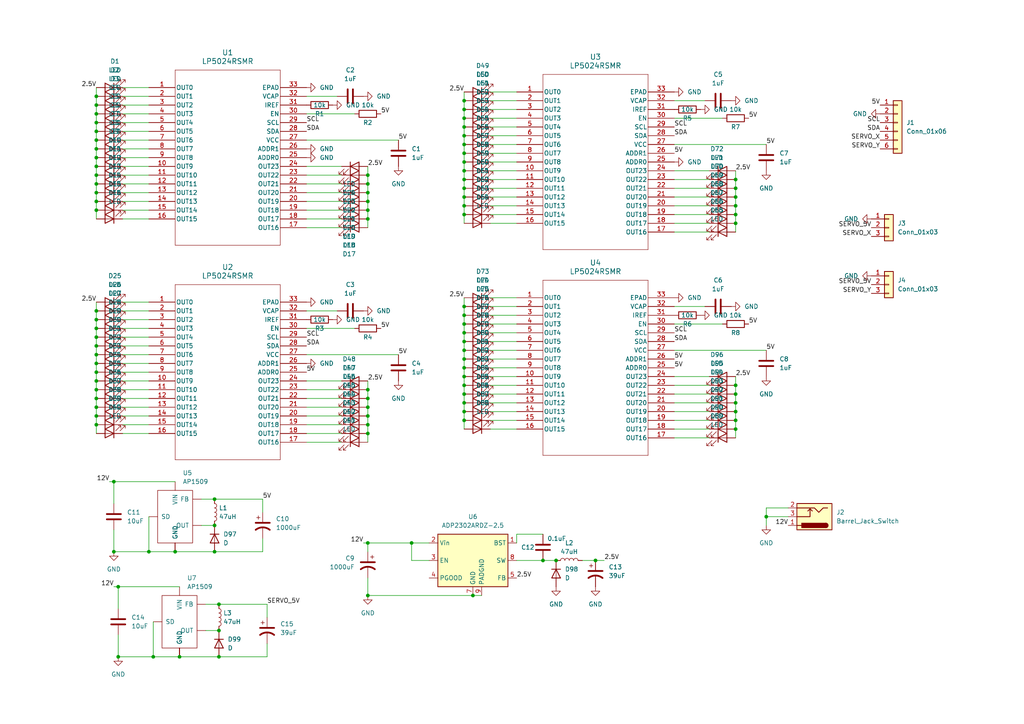
<source format=kicad_sch>
(kicad_sch (version 20230121) (generator eeschema)
  (paper "A4")
  (junction (at 134.62 34.29))
  (junction (at 106.68 113.03))
  (junction (at 134.62 106.68))
  (junction (at 134.62 99.06))
  (junction (at 27.94 27.94))
  (junction (at 44.45 190.5))
  (junction (at 137.16 172.72))
  (junction (at 213.36 62.23))
  (junction (at 27.94 43.18))
  (junction (at 134.62 31.75))
  (junction (at 106.68 55.88))
  (junction (at 134.62 52.07))
  (junction (at 134.62 46.99))
  (junction (at 134.62 88.9))
  (junction (at 33.02 139.7))
  (junction (at 106.68 120.65))
  (junction (at 34.29 190.5))
  (junction (at 106.68 172.72))
  (junction (at 27.94 48.26))
  (junction (at 62.23 160.02))
  (junction (at 27.94 110.49))
  (junction (at 106.68 60.96))
  (junction (at 27.94 105.41))
  (junction (at 213.36 64.77))
  (junction (at 134.62 101.6))
  (junction (at 27.94 100.33))
  (junction (at 213.36 111.76))
  (junction (at 27.94 33.02))
  (junction (at 106.68 118.11))
  (junction (at 134.62 62.23))
  (junction (at 134.62 54.61))
  (junction (at 213.36 59.69))
  (junction (at 27.94 115.57))
  (junction (at 106.68 157.48))
  (junction (at 134.62 39.37))
  (junction (at 134.62 57.15))
  (junction (at 34.29 170.18))
  (junction (at 27.94 35.56))
  (junction (at 134.62 36.83))
  (junction (at 106.68 53.34))
  (junction (at 63.5 175.26))
  (junction (at 27.94 30.48))
  (junction (at 134.62 121.92))
  (junction (at 106.68 58.42))
  (junction (at 134.62 41.91))
  (junction (at 63.5 182.88))
  (junction (at 134.62 29.21))
  (junction (at 27.94 58.42))
  (junction (at 27.94 45.72))
  (junction (at 134.62 119.38))
  (junction (at 43.18 160.02))
  (junction (at 134.62 109.22))
  (junction (at 27.94 50.8))
  (junction (at 106.68 115.57))
  (junction (at 106.68 50.8))
  (junction (at 157.48 162.56))
  (junction (at 27.94 40.64))
  (junction (at 33.02 160.02))
  (junction (at 134.62 91.44))
  (junction (at 27.94 118.11))
  (junction (at 27.94 95.25))
  (junction (at 27.94 38.1))
  (junction (at 134.62 114.3))
  (junction (at 134.62 116.84))
  (junction (at 134.62 44.45))
  (junction (at 27.94 120.65))
  (junction (at 106.68 125.73))
  (junction (at 62.23 152.4))
  (junction (at 106.68 123.19))
  (junction (at 27.94 113.03))
  (junction (at 134.62 93.98))
  (junction (at 213.36 52.07))
  (junction (at 213.36 121.92))
  (junction (at 213.36 57.15))
  (junction (at 213.36 54.61))
  (junction (at 213.36 119.38))
  (junction (at 27.94 53.34))
  (junction (at 27.94 123.19))
  (junction (at 134.62 111.76))
  (junction (at 27.94 60.96))
  (junction (at 222.25 149.86))
  (junction (at 161.29 162.56))
  (junction (at 27.94 90.17))
  (junction (at 27.94 107.95))
  (junction (at 134.62 49.53))
  (junction (at 213.36 124.46))
  (junction (at 134.62 59.69))
  (junction (at 50.8 160.02))
  (junction (at 27.94 55.88))
  (junction (at 134.62 96.52))
  (junction (at 213.36 114.3))
  (junction (at 27.94 92.71))
  (junction (at 106.68 63.5))
  (junction (at 27.94 97.79))
  (junction (at 27.94 102.87))
  (junction (at 172.72 162.56))
  (junction (at 213.36 116.84))
  (junction (at 63.5 190.5))
  (junction (at 134.62 104.14))
  (junction (at 62.23 144.78))
  (junction (at 119.38 157.48))
  (junction (at 52.07 190.5))
  (wire (pts (xy 142.24 46.99) (xy 149.86 46.99)))
  (wire (pts (xy 27.94 55.88) (xy 27.94 58.42)))
  (wire (pts (xy 213.36 114.3) (xy 213.36 116.84)))
  (wire (pts (xy 35.56 110.49) (xy 43.18 110.49)))
  (wire (pts (xy 134.62 49.53) (xy 134.62 52.07)))
  (wire (pts (xy 134.62 88.9) (xy 134.62 91.44)))
  (wire (pts (xy 222.25 149.86) (xy 228.6 149.86)))
  (wire (pts (xy 33.02 139.7) (xy 50.8 139.7)))
  (wire (pts (xy 50.8 160.02) (xy 62.23 160.02)))
  (wire (pts (xy 27.94 53.34) (xy 27.94 55.88)))
  (wire (pts (xy 134.62 62.23) (xy 134.62 64.77)))
  (wire (pts (xy 99.06 113.03) (xy 88.9 113.03)))
  (wire (pts (xy 205.74 49.53) (xy 195.58 49.53)))
  (wire (pts (xy 134.62 57.15) (xy 134.62 59.69)))
  (wire (pts (xy 35.56 40.64) (xy 43.18 40.64)))
  (wire (pts (xy 99.06 128.27) (xy 88.9 128.27)))
  (wire (pts (xy 106.68 53.34) (xy 106.68 55.88)))
  (wire (pts (xy 213.36 109.22) (xy 213.36 111.76)))
  (wire (pts (xy 142.24 31.75) (xy 149.86 31.75)))
  (wire (pts (xy 33.02 153.67) (xy 33.02 160.02)))
  (wire (pts (xy 99.06 48.26) (xy 88.9 48.26)))
  (wire (pts (xy 142.24 101.6) (xy 149.86 101.6)))
  (wire (pts (xy 88.9 27.94) (xy 97.79 27.94)))
  (wire (pts (xy 106.68 118.11) (xy 106.68 120.65)))
  (wire (pts (xy 99.06 55.88) (xy 88.9 55.88)))
  (wire (pts (xy 62.23 144.78) (xy 76.2 144.78)))
  (wire (pts (xy 105.41 157.48) (xy 106.68 157.48)))
  (wire (pts (xy 35.56 120.65) (xy 43.18 120.65)))
  (wire (pts (xy 35.56 115.57) (xy 43.18 115.57)))
  (wire (pts (xy 172.72 162.56) (xy 175.26 162.56)))
  (wire (pts (xy 34.29 184.15) (xy 34.29 190.5)))
  (wire (pts (xy 31.75 139.7) (xy 33.02 139.7)))
  (wire (pts (xy 62.23 160.02) (xy 76.2 160.02)))
  (wire (pts (xy 142.24 109.22) (xy 149.86 109.22)))
  (wire (pts (xy 142.24 52.07) (xy 149.86 52.07)))
  (wire (pts (xy 134.62 36.83) (xy 134.62 39.37)))
  (wire (pts (xy 142.24 54.61) (xy 149.86 54.61)))
  (wire (pts (xy 99.06 50.8) (xy 88.9 50.8)))
  (wire (pts (xy 27.94 30.48) (xy 27.94 33.02)))
  (wire (pts (xy 27.94 27.94) (xy 27.94 30.48)))
  (wire (pts (xy 119.38 157.48) (xy 124.46 157.48)))
  (wire (pts (xy 27.94 97.79) (xy 27.94 100.33)))
  (wire (pts (xy 27.94 110.49) (xy 27.94 113.03)))
  (wire (pts (xy 35.56 100.33) (xy 43.18 100.33)))
  (wire (pts (xy 134.62 29.21) (xy 134.62 31.75)))
  (wire (pts (xy 27.94 50.8) (xy 27.94 53.34)))
  (wire (pts (xy 195.58 34.29) (xy 209.55 34.29)))
  (wire (pts (xy 205.74 114.3) (xy 195.58 114.3)))
  (wire (pts (xy 106.68 120.65) (xy 106.68 123.19)))
  (wire (pts (xy 76.2 160.02) (xy 76.2 156.21)))
  (wire (pts (xy 134.62 26.67) (xy 134.62 29.21)))
  (wire (pts (xy 35.56 95.25) (xy 43.18 95.25)))
  (wire (pts (xy 134.62 41.91) (xy 134.62 44.45)))
  (wire (pts (xy 35.56 58.42) (xy 43.18 58.42)))
  (wire (pts (xy 134.62 114.3) (xy 134.62 116.84)))
  (wire (pts (xy 99.06 125.73) (xy 88.9 125.73)))
  (wire (pts (xy 35.56 113.03) (xy 43.18 113.03)))
  (wire (pts (xy 27.94 115.57) (xy 27.94 118.11)))
  (wire (pts (xy 27.94 48.26) (xy 27.94 50.8)))
  (wire (pts (xy 213.36 111.76) (xy 213.36 114.3)))
  (wire (pts (xy 27.94 113.03) (xy 27.94 115.57)))
  (wire (pts (xy 134.62 46.99) (xy 134.62 49.53)))
  (wire (pts (xy 205.74 64.77) (xy 195.58 64.77)))
  (wire (pts (xy 106.68 157.48) (xy 119.38 157.48)))
  (wire (pts (xy 142.24 44.45) (xy 149.86 44.45)))
  (wire (pts (xy 142.24 91.44) (xy 149.86 91.44)))
  (wire (pts (xy 33.02 160.02) (xy 43.18 160.02)))
  (wire (pts (xy 44.45 190.5) (xy 44.45 180.34)))
  (wire (pts (xy 134.62 59.69) (xy 134.62 62.23)))
  (wire (pts (xy 27.94 90.17) (xy 27.94 92.71)))
  (wire (pts (xy 142.24 86.36) (xy 149.86 86.36)))
  (wire (pts (xy 134.62 99.06) (xy 134.62 101.6)))
  (wire (pts (xy 35.56 87.63) (xy 43.18 87.63)))
  (wire (pts (xy 134.62 96.52) (xy 134.62 99.06)))
  (wire (pts (xy 35.56 27.94) (xy 43.18 27.94)))
  (wire (pts (xy 27.94 100.33) (xy 27.94 102.87)))
  (wire (pts (xy 35.56 90.17) (xy 43.18 90.17)))
  (wire (pts (xy 149.86 154.94) (xy 149.86 157.48)))
  (wire (pts (xy 205.74 59.69) (xy 195.58 59.69)))
  (wire (pts (xy 195.58 124.46) (xy 205.74 124.46)))
  (wire (pts (xy 134.62 101.6) (xy 134.62 104.14)))
  (wire (pts (xy 106.68 110.49) (xy 106.68 113.03)))
  (wire (pts (xy 213.36 64.77) (xy 213.36 67.31)))
  (wire (pts (xy 99.06 115.57) (xy 88.9 115.57)))
  (wire (pts (xy 77.47 190.5) (xy 77.47 186.69)))
  (wire (pts (xy 213.36 116.84) (xy 213.36 119.38)))
  (wire (pts (xy 137.16 172.72) (xy 139.7 172.72)))
  (wire (pts (xy 88.9 40.64) (xy 115.57 40.64)))
  (wire (pts (xy 205.74 52.07) (xy 195.58 52.07)))
  (wire (pts (xy 35.56 97.79) (xy 43.18 97.79)))
  (wire (pts (xy 168.91 162.56) (xy 172.72 162.56)))
  (wire (pts (xy 134.62 116.84) (xy 134.62 119.38)))
  (wire (pts (xy 99.06 53.34) (xy 88.9 53.34)))
  (wire (pts (xy 142.24 64.77) (xy 149.86 64.77)))
  (wire (pts (xy 99.06 123.19) (xy 88.9 123.19)))
  (wire (pts (xy 99.06 118.11) (xy 88.9 118.11)))
  (wire (pts (xy 142.24 62.23) (xy 149.86 62.23)))
  (wire (pts (xy 134.62 44.45) (xy 134.62 46.99)))
  (wire (pts (xy 142.24 121.92) (xy 149.86 121.92)))
  (wire (pts (xy 88.9 90.17) (xy 97.79 90.17)))
  (wire (pts (xy 142.24 104.14) (xy 149.86 104.14)))
  (wire (pts (xy 35.56 105.41) (xy 43.18 105.41)))
  (wire (pts (xy 134.62 86.36) (xy 134.62 88.9)))
  (wire (pts (xy 27.94 118.11) (xy 27.94 120.65)))
  (wire (pts (xy 142.24 49.53) (xy 149.86 49.53)))
  (wire (pts (xy 27.94 40.64) (xy 27.94 43.18)))
  (wire (pts (xy 35.56 35.56) (xy 43.18 35.56)))
  (wire (pts (xy 142.24 36.83) (xy 149.86 36.83)))
  (wire (pts (xy 106.68 123.19) (xy 106.68 125.73)))
  (wire (pts (xy 134.62 109.22) (xy 134.62 111.76)))
  (wire (pts (xy 35.56 63.5) (xy 43.18 63.5)))
  (wire (pts (xy 205.74 121.92) (xy 195.58 121.92)))
  (wire (pts (xy 27.94 92.71) (xy 27.94 95.25)))
  (wire (pts (xy 142.24 124.46) (xy 149.86 124.46)))
  (wire (pts (xy 34.29 190.5) (xy 44.45 190.5)))
  (wire (pts (xy 27.94 58.42) (xy 27.94 60.96)))
  (wire (pts (xy 106.68 167.64) (xy 106.68 172.72)))
  (wire (pts (xy 205.74 62.23) (xy 195.58 62.23)))
  (wire (pts (xy 106.68 125.73) (xy 106.68 128.27)))
  (wire (pts (xy 222.25 147.32) (xy 222.25 149.86)))
  (wire (pts (xy 27.94 105.41) (xy 27.94 107.95)))
  (wire (pts (xy 76.2 144.78) (xy 76.2 148.59)))
  (wire (pts (xy 134.62 52.07) (xy 134.62 54.61)))
  (wire (pts (xy 27.94 45.72) (xy 27.94 48.26)))
  (wire (pts (xy 35.56 55.88) (xy 43.18 55.88)))
  (wire (pts (xy 52.07 190.5) (xy 63.5 190.5)))
  (wire (pts (xy 27.94 38.1) (xy 27.94 40.64)))
  (wire (pts (xy 35.56 43.18) (xy 43.18 43.18)))
  (wire (pts (xy 205.74 67.31) (xy 195.58 67.31)))
  (wire (pts (xy 35.56 38.1) (xy 43.18 38.1)))
  (wire (pts (xy 142.24 111.76) (xy 149.86 111.76)))
  (wire (pts (xy 27.94 120.65) (xy 27.94 123.19)))
  (wire (pts (xy 63.5 175.26) (xy 77.47 175.26)))
  (wire (pts (xy 27.94 60.96) (xy 27.94 63.5)))
  (wire (pts (xy 35.56 123.19) (xy 43.18 123.19)))
  (wire (pts (xy 35.56 30.48) (xy 43.18 30.48)))
  (wire (pts (xy 134.62 104.14) (xy 134.62 106.68)))
  (wire (pts (xy 134.62 121.92) (xy 134.62 124.46)))
  (wire (pts (xy 119.38 162.56) (xy 119.38 157.48)))
  (wire (pts (xy 88.9 102.87) (xy 115.57 102.87)))
  (wire (pts (xy 213.36 59.69) (xy 213.36 62.23)))
  (wire (pts (xy 99.06 60.96) (xy 88.9 60.96)))
  (wire (pts (xy 157.48 154.94) (xy 149.86 154.94)))
  (wire (pts (xy 27.94 43.18) (xy 27.94 45.72)))
  (wire (pts (xy 134.62 93.98) (xy 134.62 96.52)))
  (wire (pts (xy 62.23 152.4) (xy 58.42 152.4)))
  (wire (pts (xy 27.94 102.87) (xy 27.94 105.41)))
  (wire (pts (xy 134.62 111.76) (xy 134.62 114.3)))
  (wire (pts (xy 52.07 190.5) (xy 44.45 190.5)))
  (wire (pts (xy 195.58 29.21) (xy 204.47 29.21)))
  (wire (pts (xy 142.24 59.69) (xy 149.86 59.69)))
  (wire (pts (xy 88.9 33.02) (xy 102.87 33.02)))
  (wire (pts (xy 27.94 35.56) (xy 27.94 38.1)))
  (wire (pts (xy 106.68 55.88) (xy 106.68 58.42)))
  (wire (pts (xy 106.68 115.57) (xy 106.68 118.11)))
  (wire (pts (xy 142.24 88.9) (xy 149.86 88.9)))
  (wire (pts (xy 134.62 54.61) (xy 134.62 57.15)))
  (wire (pts (xy 195.58 101.6) (xy 222.25 101.6)))
  (wire (pts (xy 106.68 172.72) (xy 137.16 172.72)))
  (wire (pts (xy 43.18 160.02) (xy 43.18 149.86)))
  (wire (pts (xy 77.47 175.26) (xy 77.47 179.07)))
  (wire (pts (xy 205.74 57.15) (xy 195.58 57.15)))
  (wire (pts (xy 50.8 160.02) (xy 43.18 160.02)))
  (wire (pts (xy 35.56 118.11) (xy 43.18 118.11)))
  (wire (pts (xy 99.06 120.65) (xy 88.9 120.65)))
  (wire (pts (xy 213.36 54.61) (xy 213.36 57.15)))
  (wire (pts (xy 134.62 31.75) (xy 134.62 34.29)))
  (wire (pts (xy 142.24 99.06) (xy 149.86 99.06)))
  (wire (pts (xy 35.56 48.26) (xy 43.18 48.26)))
  (wire (pts (xy 213.36 52.07) (xy 213.36 54.61)))
  (wire (pts (xy 35.56 50.8) (xy 43.18 50.8)))
  (wire (pts (xy 88.9 95.25) (xy 102.87 95.25)))
  (wire (pts (xy 35.56 102.87) (xy 43.18 102.87)))
  (wire (pts (xy 142.24 106.68) (xy 149.86 106.68)))
  (wire (pts (xy 106.68 63.5) (xy 106.68 66.04)))
  (wire (pts (xy 142.24 26.67) (xy 149.86 26.67)))
  (wire (pts (xy 205.74 54.61) (xy 195.58 54.61)))
  (wire (pts (xy 134.62 39.37) (xy 134.62 41.91)))
  (wire (pts (xy 106.68 50.8) (xy 106.68 53.34)))
  (wire (pts (xy 106.68 113.03) (xy 106.68 115.57)))
  (wire (pts (xy 142.24 93.98) (xy 149.86 93.98)))
  (wire (pts (xy 205.74 111.76) (xy 195.58 111.76)))
  (wire (pts (xy 205.74 127) (xy 195.58 127)))
  (wire (pts (xy 106.68 58.42) (xy 106.68 60.96)))
  (wire (pts (xy 27.94 25.4) (xy 27.94 27.94)))
  (wire (pts (xy 142.24 41.91) (xy 149.86 41.91)))
  (wire (pts (xy 213.36 57.15) (xy 213.36 59.69)))
  (wire (pts (xy 33.02 170.18) (xy 34.29 170.18)))
  (wire (pts (xy 134.62 106.68) (xy 134.62 109.22)))
  (wire (pts (xy 27.94 95.25) (xy 27.94 97.79)))
  (wire (pts (xy 195.58 41.91) (xy 222.25 41.91)))
  (wire (pts (xy 142.24 39.37) (xy 149.86 39.37)))
  (wire (pts (xy 35.56 60.96) (xy 43.18 60.96)))
  (wire (pts (xy 63.5 182.88) (xy 59.69 182.88)))
  (wire (pts (xy 99.06 66.04) (xy 88.9 66.04)))
  (wire (pts (xy 142.24 57.15) (xy 149.86 57.15)))
  (wire (pts (xy 213.36 49.53) (xy 213.36 52.07)))
  (wire (pts (xy 62.23 144.78) (xy 58.42 144.78)))
  (wire (pts (xy 35.56 53.34) (xy 43.18 53.34)))
  (wire (pts (xy 205.74 109.22) (xy 195.58 109.22)))
  (wire (pts (xy 35.56 33.02) (xy 43.18 33.02)))
  (wire (pts (xy 134.62 34.29) (xy 134.62 36.83)))
  (wire (pts (xy 99.06 63.5) (xy 88.9 63.5)))
  (wire (pts (xy 106.68 160.02) (xy 106.68 157.48)))
  (wire (pts (xy 35.56 92.71) (xy 43.18 92.71)))
  (wire (pts (xy 99.06 58.42) (xy 88.9 58.42)))
  (wire (pts (xy 27.94 123.19) (xy 27.94 125.73)))
  (wire (pts (xy 228.6 147.32) (xy 222.25 147.32)))
  (wire (pts (xy 134.62 119.38) (xy 134.62 121.92)))
  (wire (pts (xy 142.24 29.21) (xy 149.86 29.21)))
  (wire (pts (xy 134.62 91.44) (xy 134.62 93.98)))
  (wire (pts (xy 124.46 162.56) (xy 119.38 162.56)))
  (wire (pts (xy 34.29 170.18) (xy 52.07 170.18)))
  (wire (pts (xy 142.24 114.3) (xy 149.86 114.3)))
  (wire (pts (xy 27.94 33.02) (xy 27.94 35.56)))
  (wire (pts (xy 106.68 60.96) (xy 106.68 63.5)))
  (wire (pts (xy 34.29 176.53) (xy 34.29 170.18)))
  (wire (pts (xy 63.5 190.5) (xy 77.47 190.5)))
  (wire (pts (xy 35.56 107.95) (xy 43.18 107.95)))
  (wire (pts (xy 213.36 119.38) (xy 213.36 121.92)))
  (wire (pts (xy 27.94 87.63) (xy 27.94 90.17)))
  (wire (pts (xy 213.36 121.92) (xy 213.36 124.46)))
  (wire (pts (xy 195.58 88.9) (xy 204.47 88.9)))
  (wire (pts (xy 142.24 34.29) (xy 149.86 34.29)))
  (wire (pts (xy 106.68 48.26) (xy 106.68 50.8)))
  (wire (pts (xy 35.56 25.4) (xy 43.18 25.4)))
  (wire (pts (xy 27.94 107.95) (xy 27.94 110.49)))
  (wire (pts (xy 33.02 146.05) (xy 33.02 139.7)))
  (wire (pts (xy 142.24 119.38) (xy 149.86 119.38)))
  (wire (pts (xy 142.24 116.84) (xy 149.86 116.84)))
  (wire (pts (xy 213.36 62.23) (xy 213.36 64.77)))
  (wire (pts (xy 35.56 125.73) (xy 43.18 125.73)))
  (wire (pts (xy 99.06 110.49) (xy 88.9 110.49)))
  (wire (pts (xy 142.24 96.52) (xy 149.86 96.52)))
  (wire (pts (xy 222.25 149.86) (xy 222.25 152.4)))
  (wire (pts (xy 157.48 162.56) (xy 161.29 162.56)))
  (wire (pts (xy 195.58 93.98) (xy 209.55 93.98)))
  (wire (pts (xy 35.56 45.72) (xy 43.18 45.72)))
  (wire (pts (xy 205.74 119.38) (xy 195.58 119.38)))
  (wire (pts (xy 63.5 175.26) (xy 59.69 175.26)))
  (wire (pts (xy 205.74 116.84) (xy 195.58 116.84)))
  (wire (pts (xy 149.86 162.56) (xy 157.48 162.56)))
  (wire (pts (xy 213.36 124.46) (xy 213.36 127)))
  (label "2.5V" (at 213.36 109.22 0))
  (label "SERVO_5V" (at 77.47 175.26 0))
  (label "SDA" (at 255.27 38.1 180))
  (label "SCL" (at 255.27 35.56 180))
  (label "2.5V" (at 175.26 162.56 0))
  (label "5V" (at 115.57 102.87 0))
  (label "5V" (at 76.2 144.78 0))
  (label "12V" (at 33.02 170.18 180))
  (label "5V" (at 255.27 30.48 180))
  (label "2.5V" (at 134.62 26.67 180))
  (label "SERVO_5V" (at 252.73 66.04 180))
  (label "5V" (at 88.9 107.95 0))
  (label "5V" (at 195.58 106.68 0))
  (label "SERVO_X" (at 252.73 68.58 180))
  (label "2.5V" (at 27.94 25.4 180))
  (label "12V" (at 105.41 157.48 180))
  (label "SCL" (at 88.9 35.56 0))
  (label "12V" (at 228.6 152.4 180))
  (label "5V" (at 222.25 101.6 0))
  (label "2.5V" (at 27.94 87.63 180))
  (label "2.5V" (at 149.86 167.64 0))
  (label "SCL" (at 195.58 96.52 0))
  (label "SERVO_Y" (at 255.27 43.18 180))
  (label "5V" (at 115.57 40.64 0))
  (label "5V" (at 110.49 95.25 0))
  (label "5V" (at 195.58 104.14 0))
  (label "5V" (at 195.58 44.45 0))
  (label "5V" (at 110.49 33.02 0))
  (label "SDA" (at 195.58 39.37 0))
  (label "5V" (at 217.17 93.98 0))
  (label "SDA" (at 88.9 38.1 0))
  (label "12V" (at 31.75 139.7 180))
  (label "SCL" (at 195.58 36.83 0))
  (label "SERVO_X" (at 255.27 40.64 180))
  (label "SCL" (at 88.9 97.79 0))
  (label "SERVO_Y" (at 252.73 85.09 180))
  (label "2.5V" (at 134.62 86.36 180))
  (label "SDA" (at 88.9 100.33 0))
  (label "2.5V" (at 106.68 110.49 0))
  (label "5V" (at 222.25 41.91 0))
  (label "2.5V" (at 106.68 48.26 0))
  (label "SERVO_5V" (at 252.73 82.55 180))
  (label "2.5V" (at 213.36 49.53 0))
  (label "SDA" (at 195.58 99.06 0))
  (label "5V" (at 217.17 34.29 0))
  (symbol (lib_id "Device:LED") (at 138.43 99.06 180) (unit 1)
    (property "Reference" "D78" (at 140.0175 91.44 0))
    (property "Value" "LED" (at 140.0175 93.98 0))
    (property "Footprint" "LED_SMD:LED_0805_2012Metric" (effects hide))
  )
  (symbol (lib_id "Device:LED") (at 138.43 106.68 180) (unit 1)
    (property "Reference" "D81" (at 140.0175 99.06 0))
    (property "Value" "LED" (at 140.0175 101.6 0))
    (property "Footprint" "LED_SMD:LED_0805_2012Metric" (effects hide))
  )
  (symbol (lib_id "Device:LED") (at 31.75 60.96 180) (unit 1)
    (property "Reference" "D15" (at 33.3375 53.34 0))
    (property "Value" "LED" (at 33.3375 55.88 0))
    (property "Footprint" "LED_SMD:LED_0805_2012Metric" (effects hide))
  )
  (symbol (lib_id "Device:LED") (at 209.55 54.61 0) (unit 1)
    (property "Reference" "D70" (at 207.9625 48.26 0))
    (property "Value" "LED" (at 207.9625 50.8 0))
    (property "Footprint" "LED_SMD:LED_0805_2012Metric" (effects hide))
  )
  (symbol (lib_id "power:GND") (at 195.58 86.36 90) (unit 1)
    (property "Reference" "#PWR014" (effects hide))
    (property "Value" "GND" (at 199.39 86.36 90) (effects (justify right)))
  )
  (symbol (lib_id "power:GND") (at 115.57 110.49 0) (unit 1)
    (property "Reference" "#PWR011" (effects hide))
    (property "Value" "GND" (at 115.57 115.57 0))
  )
  (symbol (lib_id "power:GND") (at 105.41 27.94 90) (unit 1)
    (property "Reference" "#PWR06" (effects hide))
    (property "Value" "GND" (at 109.22 27.94 90) (effects (justify right)))
  )
  (symbol (lib_id "Device:LED") (at 102.87 63.5 0) (unit 1)
    (property "Reference" "D18" (at 101.2825 71.12 0))
    (property "Value" "LED" (at 101.2825 68.58 0))
    (property "Footprint" "LED_SMD:LED_0805_2012Metric" (effects hide))
  )
  (symbol (lib_id "power:GND") (at 33.02 160.02 0) (unit 1)
    (property "Reference" "#PWR015" (effects hide))
    (property "Value" "GND" (at 33.02 165.1 0))
  )
  (symbol (lib_id "1_parts:LP5024RSMR") (at 43.18 25.4 0) (unit 1)
    (property "Reference" "U1" (at 66.04 15.24 0) (effects (font (size 1.524 1.524))))
    (property "Value" "LP5024RSMR" (at 66.04 17.78 0) (effects (font (size 1.524 1.524))))
    (property "Footprint" "Package_DFN_QFN:QFN-32-1EP_4x4mm_P0.4mm_EP2.9x2.9mm" (effects hide))
    (property "Datasheet" "LP5024RSMR" (effects hide))
  )
  (symbol (lib_id "Device:LED") (at 138.43 91.44 180) (unit 1)
    (property "Reference" "D75" (at 140.0175 83.82 0))
    (property "Value" "LED" (at 140.0175 86.36 0))
    (property "Footprint" "LED_SMD:LED_0805_2012Metric" (effects hide))
  )
  (symbol (lib_id "Device:LED") (at 138.43 26.67 180) (unit 1)
    (property "Reference" "D49" (at 140.0175 19.05 0))
    (property "Value" "LED" (at 140.0175 21.59 0))
    (property "Footprint" "LED_SMD:LED_0805_2012Metric" (effects hide))
  )
  (symbol (lib_id "Device:C") (at 34.29 180.34 0) (unit 1)
    (property "Reference" "C14" (at 38.1 179.07 0) (effects (justify left)))
    (property "Value" "10uF" (at 38.1 181.61 0) (effects (justify left)))
    (property "Footprint" "Capacitor_SMD:C_1206_3216Metric_Pad1.33x1.80mm_HandSolder" (effects hide))
  )
  (symbol (lib_id "Device:LED") (at 31.75 45.72 180) (unit 1)
    (property "Reference" "D9" (at 33.3375 38.1 0))
    (property "Value" "LED" (at 33.3375 40.64 0))
    (property "Footprint" "LED_SMD:LED_0805_2012Metric" (effects hide))
  )
  (symbol (lib_id "Device:LED") (at 209.55 127 0) (unit 1)
    (property "Reference" "D89" (at 207.9625 120.65 0))
    (property "Value" "LED" (at 207.9625 123.19 0))
    (property "Footprint" "LED_SMD:LED_0805_2012Metric" (effects hide))
  )
  (symbol (lib_id "power:GND") (at 105.41 90.17 90) (unit 1)
    (property "Reference" "#PWR010" (effects hide))
    (property "Value" "GND" (at 109.22 90.17 90) (effects (justify right)))
  )
  (symbol (lib_id "Device:LED") (at 31.75 118.11 180) (unit 1)
    (property "Reference" "D37" (at 33.3375 110.49 0))
    (property "Value" "LED" (at 33.3375 113.03 0))
    (property "Footprint" "LED_SMD:LED_0805_2012Metric" (effects hide))
  )
  (symbol (lib_id "power:GND") (at 212.09 88.9 90) (unit 1)
    (property "Reference" "#PWR019" (effects hide))
    (property "Value" "GND" (at 215.9 88.9 90) (effects (justify right)))
  )
  (symbol (lib_id "Device:LED") (at 138.43 64.77 180) (unit 1)
    (property "Reference" "D64" (at 140.0175 57.15 0))
    (property "Value" "LED" (at 140.0175 59.69 0))
    (property "Footprint" "LED_SMD:LED_0805_2012Metric" (effects hide))
  )
  (symbol (lib_id "Device:C") (at 208.28 88.9 90) (unit 1)
    (property "Reference" "C6" (at 208.28 81.28 90))
    (property "Value" "1uF" (at 208.28 83.82 90))
    (property "Footprint" "Capacitor_SMD:C_0603_1608Metric" (effects hide))
  )
  (symbol (lib_id "Device:L") (at 62.23 148.59 0) (unit 1)
    (property "Reference" "L1" (at 63.5 147.32 0) (effects (justify left)))
    (property "Value" "47uH" (at 63.5 149.86 0) (effects (justify left)))
    (property "Footprint" "Inductor_SMD:L_Bourns-SRN1060" (effects hide))
  )
  (symbol (lib_id "Device:C_Polarized_US") (at 77.47 182.88 0) (unit 1)
    (property "Reference" "C15" (at 81.28 180.975 0) (effects (justify left)))
    (property "Value" "39uF" (at 81.28 183.515 0) (effects (justify left)))
    (property "Footprint" "Capacitor_SMD:CP_Elec_6.3x5.9" (effects hide))
  )
  (symbol (lib_id "Device:LED") (at 102.87 48.26 0) (unit 1)
    (property "Reference" "D24" (at 101.2825 55.88 0))
    (property "Value" "LED" (at 101.2825 53.34 0))
    (property "Footprint" "LED_SMD:LED_0805_2012Metric" (effects hide))
  )
  (symbol (lib_id "Device:LED") (at 31.75 25.4 180) (unit 1)
    (property "Reference" "D1" (at 33.3375 17.78 0))
    (property "Value" "LED" (at 33.3375 20.32 0))
    (property "Footprint" "LED_SMD:LED_0805_2012Metric" (effects hide))
  )
  (symbol (lib_id "Device:C") (at 101.6 27.94 90) (unit 1)
    (property "Reference" "C2" (at 101.6 20.32 90))
    (property "Value" "1uF" (at 101.6 22.86 90))
    (property "Footprint" "Capacitor_SMD:C_0603_1608Metric" (effects hide))
  )
  (symbol (lib_id "Device:LED") (at 102.87 128.27 0) (unit 1)
    (property "Reference" "D41" (at 101.2825 121.92 0))
    (property "Value" "LED" (at 101.2825 124.46 0))
    (property "Footprint" "LED_SMD:LED_0805_2012Metric" (effects hide))
  )
  (symbol (lib_id "Device:LED") (at 209.55 114.3 0) (unit 1)
    (property "Reference" "D94" (at 207.9625 107.95 0))
    (property "Value" "LED" (at 207.9625 110.49 0))
    (property "Footprint" "LED_SMD:LED_0805_2012Metric" (effects hide))
  )
  (symbol (lib_id "Device:LED") (at 31.75 38.1 180) (unit 1)
    (property "Reference" "D6" (at 33.3375 30.48 0))
    (property "Value" "LED" (at 33.3375 33.02 0))
    (property "Footprint" "LED_SMD:LED_0805_2012Metric" (effects hide))
  )
  (symbol (lib_id "1_parts:LP5024RSMR") (at 43.18 87.63 0) (unit 1)
    (property "Reference" "U2" (at 66.04 77.47 0) (effects (font (size 1.524 1.524))))
    (property "Value" "LP5024RSMR" (at 66.04 80.01 0) (effects (font (size 1.524 1.524))))
    (property "Footprint" "Package_DFN_QFN:QFN-32-1EP_4x4mm_P0.4mm_EP2.9x2.9mm" (effects hide))
    (property "Datasheet" "LP5024RSMR" (effects hide))
  )
  (symbol (lib_id "Device:LED") (at 102.87 55.88 0) (unit 1)
    (property "Reference" "D21" (at 101.2825 63.5 0))
    (property "Value" "LED" (at 101.2825 60.96 0))
    (property "Footprint" "LED_SMD:LED_0805_2012Metric" (effects hide))
  )
  (symbol (lib_id "power:GND") (at 255.27 33.02 270) (unit 1)
    (property "Reference" "#PWR05" (effects hide))
    (property "Value" "GND" (at 251.46 33.02 90) (effects (justify right)))
  )
  (symbol (lib_id "power:GND") (at 195.58 46.99 90) (unit 1)
    (property "Reference" "#PWR013" (effects hide))
    (property "Value" "GND" (at 199.39 46.99 90) (effects (justify right)))
  )
  (symbol (lib_id "Device:LED") (at 102.87 113.03 0) (unit 1)
    (property "Reference" "D47" (at 101.2825 106.68 0))
    (property "Value" "LED" (at 101.2825 109.22 0))
    (property "Footprint" "LED_SMD:LED_0805_2012Metric" (effects hide))
  )
  (symbol (lib_id "Device:LED") (at 31.75 27.94 180) (unit 1)
    (property "Reference" "D2" (at 33.3375 20.32 0))
    (property "Value" "LED" (at 33.3375 22.86 0))
    (property "Footprint" "LED_SMD:LED_0805_2012Metric" (effects hide))
  )
  (symbol (lib_id "Device:LED") (at 102.87 53.34 0) (unit 1)
    (property "Reference" "D22" (at 101.2825 60.96 0))
    (property "Value" "LED" (at 101.2825 58.42 0))
    (property "Footprint" "LED_SMD:LED_0805_2012Metric" (effects hide))
  )
  (symbol (lib_id "Device:LED") (at 138.43 104.14 180) (unit 1)
    (property "Reference" "D80" (at 140.0175 96.52 0))
    (property "Value" "LED" (at 140.0175 99.06 0))
    (property "Footprint" "LED_SMD:LED_0805_2012Metric" (effects hide))
  )
  (symbol (lib_id "Device:LED") (at 31.75 92.71 180) (unit 1)
    (property "Reference" "D27" (at 33.3375 85.09 0))
    (property "Value" "LED" (at 33.3375 87.63 0))
    (property "Footprint" "LED_SMD:LED_0805_2012Metric" (effects hide))
  )
  (symbol (lib_id "1_parts:LP5024RSMR") (at 149.86 26.67 0) (unit 1)
    (property "Reference" "U3" (at 172.72 16.51 0) (effects (font (size 1.524 1.524))))
    (property "Value" "LP5024RSMR" (at 172.72 19.05 0) (effects (font (size 1.524 1.524))))
    (property "Footprint" "Package_DFN_QFN:QFN-32-1EP_4x4mm_P0.4mm_EP2.9x2.9mm" (effects hide))
    (property "Datasheet" "LP5024RSMR" (effects hide))
  )
  (symbol (lib_id "Device:LED") (at 209.55 64.77 0) (unit 1)
    (property "Reference" "D66" (at 207.9625 58.42 0))
    (property "Value" "LED" (at 207.9625 60.96 0))
    (property "Footprint" "LED_SMD:LED_0805_2012Metric" (effects hide))
  )
  (symbol (lib_id "Device:LED") (at 209.55 119.38 0) (unit 1)
    (property "Reference" "D92" (at 207.9625 113.03 0))
    (property "Value" "LED" (at 207.9625 115.57 0))
    (property "Footprint" "LED_SMD:LED_0805_2012Metric" (effects hide))
  )
  (symbol (lib_id "Device:LED") (at 31.75 30.48 180) (unit 1)
    (property "Reference" "D3" (at 33.3375 22.86 0))
    (property "Value" "LED" (at 33.3375 25.4 0))
    (property "Footprint" "LED_SMD:LED_0805_2012Metric" (effects hide))
  )
  (symbol (lib_id "Device:R") (at 199.39 31.75 90) (unit 1)
    (property "Reference" "R5" (at 199.39 34.29 90))
    (property "Value" "10k" (at 199.39 31.75 90))
    (property "Footprint" "Resistor_SMD:R_0603_1608Metric" (effects hide))
  )
  (symbol (lib_id "power:GND") (at 88.9 87.63 90) (unit 1)
    (property "Reference" "#PWR07" (effects hide))
    (property "Value" "GND" (at 92.71 87.63 90) (effects (justify right)))
  )
  (symbol (lib_id "power:GND") (at 212.09 29.21 90) (unit 1)
    (property "Reference" "#PWR018" (effects hide))
    (property "Value" "GND" (at 215.9 29.21 90) (effects (justify right)))
  )
  (symbol (lib_id "power:GND") (at 34.29 190.5 0) (unit 1)
    (property "Reference" "#PWR027" (effects hide))
    (property "Value" "GND" (at 34.29 195.58 0))
  )
  (symbol (lib_id "Device:LED") (at 102.87 115.57 0) (unit 1)
    (property "Reference" "D46" (at 101.2825 109.22 0))
    (property "Value" "LED" (at 101.2825 111.76 0))
    (property "Footprint" "LED_SMD:LED_0805_2012Metric" (effects hide))
  )
  (symbol (lib_id "Connector_Generic:Conn_01x03") (at 257.81 82.55 0) (unit 1)
    (property "Reference" "J4" (at 260.35 81.28 0) (effects (justify left)))
    (property "Value" "Conn_01x03" (at 260.35 83.82 0) (effects (justify left)))
    (property "Footprint" "Connector_PinHeader_2.54mm:PinHeader_1x03_P2.54mm_Vertical" (effects hide))
  )
  (symbol (lib_id "Device:C") (at 157.48 158.75 180) (unit 1)
    (property "Reference" "C12" (at 151.13 158.75 0) (effects (justify right)))
    (property "Value" "0.1uF" (at 158.75 156.21 0) (effects (justify right)))
    (property "Footprint" "Capacitor_SMD:C_0603_1608Metric" (effects hide))
  )
  (symbol (lib_id "Device:LED") (at 209.55 59.69 0) (unit 1)
    (property "Reference" "D68" (at 207.9625 53.34 0))
    (property "Value" "LED" (at 207.9625 55.88 0))
    (property "Footprint" "LED_SMD:LED_0805_2012Metric" (effects hide))
  )
  (symbol (lib_id "Device:LED") (at 102.87 125.73 0) (unit 1)
    (property "Reference" "D42" (at 101.2825 119.38 0))
    (property "Value" "LED" (at 101.2825 121.92 0))
    (property "Footprint" "LED_SMD:LED_0805_2012Metric" (effects hide))
  )
  (symbol (lib_id "Device:LED") (at 138.43 57.15 180) (unit 1)
    (property "Reference" "D61" (at 140.0175 49.53 0))
    (property "Value" "LED" (at 140.0175 52.07 0))
    (property "Footprint" "LED_SMD:LED_0805_2012Metric" (effects hide))
  )
  (symbol (lib_id "Device:LED") (at 31.75 95.25 180) (unit 1)
    (property "Reference" "D28" (at 33.3375 87.63 0))
    (property "Value" "LED" (at 33.3375 90.17 0))
    (property "Footprint" "LED_SMD:LED_0805_2012Metric" (effects hide))
  )
  (symbol (lib_id "Device:LED") (at 102.87 50.8 0) (unit 1)
    (property "Reference" "D23" (at 101.2825 58.42 0))
    (property "Value" "LED" (at 101.2825 55.88 0))
    (property "Footprint" "LED_SMD:LED_0805_2012Metric" (effects hide))
  )
  (symbol (lib_id "Device:LED") (at 209.55 52.07 0) (unit 1)
    (property "Reference" "D71" (at 207.9625 45.72 0))
    (property "Value" "LED" (at 207.9625 48.26 0))
    (property "Footprint" "LED_SMD:LED_0805_2012Metric" (effects hide))
  )
  (symbol (lib_id "Device:LED") (at 209.55 57.15 0) (unit 1)
    (property "Reference" "D69" (at 207.9625 50.8 0))
    (property "Value" "LED" (at 207.9625 53.34 0))
    (property "Footprint" "LED_SMD:LED_0805_2012Metric" (effects hide))
  )
  (symbol (lib_id "Device:LED") (at 138.43 86.36 180) (unit 1)
    (property "Reference" "D73" (at 140.0175 78.74 0))
    (property "Value" "LED" (at 140.0175 81.28 0))
    (property "Footprint" "LED_SMD:LED_0805_2012Metric" (effects hide))
  )
  (symbol (lib_id "Device:LED") (at 138.43 93.98 180) (unit 1)
    (property "Reference" "D76" (at 140.0175 86.36 0))
    (property "Value" "LED" (at 140.0175 88.9 0))
    (property "Footprint" "LED_SMD:LED_0805_2012Metric" (effects hide))
  )
  (symbol (lib_id "Device:LED") (at 31.75 115.57 180) (unit 1)
    (property "Reference" "D36" (at 33.3375 107.95 0))
    (property "Value" "LED" (at 33.3375 110.49 0))
    (property "Footprint" "LED_SMD:LED_0805_2012Metric" (effects hide))
  )
  (symbol (lib_id "Device:LED") (at 102.87 110.49 0) (unit 1)
    (property "Reference" "D48" (at 101.2825 104.14 0))
    (property "Value" "LED" (at 101.2825 106.68 0))
    (property "Footprint" "LED_SMD:LED_0805_2012Metric" (effects hide))
  )
  (symbol (lib_id "power:GND") (at 96.52 30.48 90) (unit 1)
    (property "Reference" "#PWR03" (effects hide))
    (property "Value" "GND" (at 100.33 30.48 90) (effects (justify right)))
  )
  (symbol (lib_id "Device:R") (at 92.71 30.48 90) (unit 1)
    (property "Reference" "R1" (at 92.71 33.02 90))
    (property "Value" "10k" (at 92.71 30.48 90))
    (property "Footprint" "Resistor_SMD:R_0603_1608Metric" (effects hide))
  )
  (symbol (lib_id "1_parts:LP5024RSMR") (at 149.86 86.36 0) (unit 1)
    (property "Reference" "U4" (at 172.72 76.2 0) (effects (font (size 1.524 1.524))))
    (property "Value" "LP5024RSMR" (at 172.72 78.74 0) (effects (font (size 1.524 1.524))))
    (property "Footprint" "Package_DFN_QFN:QFN-32-1EP_4x4mm_P0.4mm_EP2.9x2.9mm" (effects hide))
    (property "Datasheet" "LP5024RSMR" (effects hide))
  )
  (symbol (lib_id "Device:LED") (at 138.43 62.23 180) (unit 1)
    (property "Reference" "D63" (at 140.0175 54.61 0))
    (property "Value" "LED" (at 140.0175 57.15 0))
    (property "Footprint" "LED_SMD:LED_0805_2012Metric" (effects hide))
  )
  (symbol (lib_id "Device:L") (at 63.5 179.07 0) (unit 1)
    (property "Reference" "L3" (at 64.77 177.8 0) (effects (justify left)))
    (property "Value" "47uH" (at 64.77 180.34 0) (effects (justify left)))
    (property "Footprint" "Inductor_SMD:L_Bourns-SRN1060" (effects hide))
  )
  (symbol (lib_id "Device:LED") (at 209.55 67.31 0) (unit 1)
    (property "Reference" "D65" (at 207.9625 60.96 0))
    (property "Value" "LED" (at 207.9625 63.5 0))
    (property "Footprint" "LED_SMD:LED_0805_2012Metric" (effects hide))
  )
  (symbol (lib_id "power:GND") (at 222.25 152.4 0) (unit 1)
    (property "Reference" "#PWR026" (effects hide))
    (property "Value" "GND" (at 222.25 157.48 0))
  )
  (symbol (lib_id "Device:R") (at 213.36 34.29 90) (unit 1)
    (property "Reference" "R7" (at 213.36 36.83 90))
    (property "Value" "10k" (at 213.36 31.75 90))
    (property "Footprint" "Resistor_SMD:R_0603_1608Metric" (effects hide))
  )
  (symbol (lib_id "Device:LED") (at 31.75 120.65 180) (unit 1)
    (property "Reference" "D38" (at 33.3375 113.03 0))
    (property "Value" "LED" (at 33.3375 115.57 0))
    (property "Footprint" "LED_SMD:LED_0805_2012Metric" (effects hide))
  )
  (symbol (lib_id "Device:LED") (at 31.75 100.33 180) (unit 1)
    (property "Reference" "D30" (at 33.3375 92.71 0))
    (property "Value" "LED" (at 33.3375 95.25 0))
    (property "Footprint" "LED_SMD:LED_0805_2012Metric" (effects hide))
  )
  (symbol (lib_id "0_parts:AP1509") (at 50.8 149.86 0) (unit 1)
    (property "Reference" "U5" (at 52.9941 137.16 0) (effects (justify left)))
    (property "Value" "AP1509" (at 52.9941 139.7 0) (effects (justify left)))
    (property "Footprint" "Package_SO:SO-8_3.9x4.9mm_P1.27mm" (effects hide))
  )
  (symbol (lib_id "Connector:Barrel_Jack_Switch") (at 236.22 149.86 180) (unit 1)
    (property "Reference" "J2" (at 242.57 148.59 0) (effects (justify right)))
    (property "Value" "Barrel_Jack_Switch" (at 242.57 151.13 0) (effects (justify right)))
    (property "Footprint" "Connector_BarrelJack:BarrelJack_GCT_DCJ200-10-A_Horizontal" (effects hide))
  )
  (symbol (lib_id "Device:C_Polarized_US") (at 172.72 166.37 0) (unit 1)
    (property "Reference" "C13" (at 176.53 164.465 0) (effects (justify left)))
    (property "Value" "39uF" (at 176.53 167.005 0) (effects (justify left)))
    (property "Footprint" "Capacitor_SMD:CP_Elec_6.3x5.9" (effects hide))
  )
  (symbol (lib_id "Device:LED") (at 102.87 58.42 0) (unit 1)
    (property "Reference" "D20" (at 101.2825 66.04 0))
    (property "Value" "LED" (at 101.2825 63.5 0))
    (property "Footprint" "LED_SMD:LED_0805_2012Metric" (effects hide))
  )
  (symbol (lib_id "power:GND") (at 172.72 170.18 0) (unit 1)
    (property "Reference" "#PWR025" (effects hide))
    (property "Value" "GND" (at 172.72 175.26 0))
  )
  (symbol (lib_id "Device:R") (at 199.39 91.44 90) (unit 1)
    (property "Reference" "R6" (at 199.39 93.98 90))
    (property "Value" "10k" (at 199.39 91.44 90))
    (property "Footprint" "Resistor_SMD:R_0603_1608Metric" (effects hide))
  )
  (symbol (lib_id "Device:LED") (at 31.75 87.63 180) (unit 1)
    (property "Reference" "D25" (at 33.3375 80.01 0))
    (property "Value" "LED" (at 33.3375 82.55 0))
    (property "Footprint" "LED_SMD:LED_0805_2012Metric" (effects hide))
  )
  (symbol (lib_id "Device:LED") (at 31.75 58.42 180) (unit 1)
    (property "Reference" "D14" (at 33.3375 50.8 0))
    (property "Value" "LED" (at 33.3375 53.34 0))
    (property "Footprint" "LED_SMD:LED_0805_2012Metric" (effects hide))
  )
  (symbol (lib_id "Device:LED") (at 31.75 48.26 180) (unit 1)
    (property "Reference" "D10" (at 33.3375 40.64 0))
    (property "Value" "LED" (at 33.3375 43.18 0))
    (property "Footprint" "LED_SMD:LED_0805_2012Metric" (effects hide))
  )
  (symbol (lib_id "Device:C_Polarized_US") (at 106.68 163.83 0) (mirror y) (unit 1)
    (property "Reference" "C9" (at 102.87 161.925 0) (effects (justify left)))
    (property "Value" "1000uF" (at 102.87 164.465 0) (effects (justify left)))
    (property "Footprint" "Capacitor_THT:CP_Radial_D10.0mm_P5.00mm" (effects hide))
  )
  (symbol (lib_id "Device:LED") (at 31.75 90.17 180) (unit 1)
    (property "Reference" "D26" (at 33.3375 82.55 0))
    (property "Value" "LED" (at 33.3375 85.09 0))
    (property "Footprint" "LED_SMD:LED_0805_2012Metric" (effects hide))
  )
  (symbol (lib_id "Device:C") (at 33.02 149.86 0) (unit 1)
    (property "Reference" "C11" (at 36.83 148.59 0) (effects (justify left)))
    (property "Value" "10uF" (at 36.83 151.13 0) (effects (justify left)))
    (property "Footprint" "Capacitor_SMD:C_1206_3216Metric_Pad1.33x1.80mm_HandSolder" (effects hide))
  )
  (symbol (lib_id "Device:LED") (at 31.75 55.88 180) (unit 1)
    (property "Reference" "D13" (at 33.3375 48.26 0))
    (property "Value" "LED" (at 33.3375 50.8 0))
    (property "Footprint" "LED_SMD:LED_0805_2012Metric" (effects hide))
  )
  (symbol (lib_id "Regulator_Switching:ADP2302ARDZ-2.5") (at 137.16 162.56 0) (unit 1)
    (property "Reference" "U6" (at 137.16 149.86 0))
    (property "Value" "ADP2302ARDZ-2.5" (at 137.16 152.4 0))
    (property "Footprint" "Package_SO:SOIC-8-1EP_3.9x4.9mm_P1.27mm_EP2.29x3mm" (effects hide))
    (property "Datasheet" "https://www.analog.com/media/en/technical-documentation/data-sheets/ADP2302_2303.pdf" (effects hide))
  )
  (symbol (lib_id "Device:LED") (at 138.43 109.22 180) (unit 1)
    (property "Reference" "D82" (at 140.0175 101.6 0))
    (property "Value" "LED" (at 140.0175 104.14 0))
    (property "Footprint" "LED_SMD:LED_0805_2012Metric" (effects hide))
  )
  (symbol (lib_id "Device:C") (at 101.6 90.17 90) (unit 1)
    (property "Reference" "C3" (at 101.6 82.55 90))
    (property "Value" "1uF" (at 101.6 85.09 90))
    (property "Footprint" "Capacitor_SMD:C_0603_1608Metric" (effects hide))
  )
  (symbol (lib_id "power:GND") (at 222.25 49.53 0) (unit 1)
    (property "Reference" "#PWR020" (effects hide))
    (property "Value" "GND" (at 222.25 54.61 0))
  )
  (symbol (lib_id "power:GND") (at 115.57 48.26 0) (unit 1)
    (property "Reference" "#PWR02" (effects hide))
    (property "Value" "GND" (at 115.57 53.34 0))
  )
  (symbol (lib_id "Device:LED") (at 209.55 62.23 0) (unit 1)
    (property "Reference" "D67" (at 207.9625 55.88 0))
    (property "Value" "LED" (at 207.9625 58.42 0))
    (property "Footprint" "LED_SMD:LED_0805_2012Metric" (effects hide))
  )
  (symbol (lib_id "Device:LED") (at 138.43 44.45 180) (unit 1)
    (property "Reference" "D56" (at 140.0175 36.83 0))
    (property "Value" "LED" (at 140.0175 39.37 0))
    (property "Footprint" "LED_SMD:LED_0805_2012Metric" (effects hide))
  )
  (symbol (lib_id "Device:LED") (at 31.75 123.19 180) (unit 1)
    (property "Reference" "D39" (at 33.3375 115.57 0))
    (property "Value" "LED" (at 33.3375 118.11 0))
    (property "Footprint" "LED_SMD:LED_0805_2012Metric" (effects hide))
  )
  (symbol (lib_id "Device:LED") (at 138.43 114.3 180) (unit 1)
    (property "Reference" "D84" (at 140.0175 106.68 0))
    (property "Value" "LED" (at 140.0175 109.22 0))
    (property "Footprint" "LED_SMD:LED_0805_2012Metric" (effects hide))
  )
  (symbol (lib_id "Device:R") (at 106.68 95.25 90) (unit 1)
    (property "Reference" "R4" (at 106.68 97.79 90))
    (property "Value" "10k" (at 106.68 92.71 90))
    (property "Footprint" "Resistor_SMD:R_0603_1608Metric" (effects hide))
  )
  (symbol (lib_id "Device:D") (at 161.29 166.37 270) (unit 1)
    (property "Reference" "D98" (at 163.83 165.1 90) (effects (justify left)))
    (property "Value" "D" (at 163.83 167.64 90) (effects (justify left)))
    (property "Footprint" "Diode_SMD:D_SMA-SMB_Universal_Handsoldering" (effects hide))
    (property "Sim.Device" "D" (effects hide))
    (property "Sim.Pins" "1=K 2=A" (effects hide))
  )
  (symbol (lib_id "Device:LED") (at 138.43 121.92 180) (unit 1)
    (property "Reference" "D87" (at 140.0175 114.3 0))
    (property "Value" "LED" (at 140.0175 116.84 0))
    (property "Footprint" "LED_SMD:LED_0805_2012Metric" (effects hide))
  )
  (symbol (lib_id "Device:LED") (at 209.55 124.46 0) (unit 1)
    (property "Reference" "D90" (at 207.9625 118.11 0))
    (property "Value" "LED" (at 207.9625 120.65 0))
    (property "Footprint" "LED_SMD:LED_0805_2012Metric" (effects hide))
  )
  (symbol (lib_id "Device:C") (at 115.57 44.45 0) (unit 1)
    (property "Reference" "C1" (at 119.38 43.18 0) (effects (justify left)))
    (property "Value" "1uF" (at 119.38 45.72 0) (effects (justify left)))
    (property "Footprint" "Capacitor_SMD:C_0603_1608Metric" (effects hide))
  )
  (symbol (lib_id "Device:LED") (at 31.75 40.64 180) (unit 1)
    (property "Reference" "D7" (at 33.3375 33.02 0))
    (property "Value" "LED" (at 33.3375 35.56 0))
    (property "Footprint" "LED_SMD:LED_0805_2012Metric" (effects hide))
  )
  (symbol (lib_id "Device:LED") (at 31.75 107.95 180) (unit 1)
    (property "Reference" "D33" (at 33.3375 100.33 0))
    (property "Value" "LED" (at 33.3375 102.87 0))
    (property "Footprint" "LED_SMD:LED_0805_2012Metric" (effects hide))
  )
  (symbol (lib_id "power:GND") (at 203.2 31.75 90) (unit 1)
    (property "Reference" "#PWR016" (effects hide))
    (property "Value" "GND" (at 207.01 31.75 90) (effects (justify right)))
  )
  (symbol (lib_id "Device:LED") (at 138.43 41.91 180) (unit 1)
    (property "Reference" "D55" (at 140.0175 34.29 0))
    (property "Value" "LED" (at 140.0175 36.83 0))
    (property "Footprint" "LED_SMD:LED_0805_2012Metric" (effects hide))
  )
  (symbol (lib_id "power:GND") (at 195.58 26.67 90) (unit 1)
    (property "Reference" "#PWR012" (effects hide))
    (property "Value" "GND" (at 199.39 26.67 90) (effects (justify right)))
  )
  (symbol (lib_id "Device:LED") (at 138.43 116.84 180) (unit 1)
    (property "Reference" "D85" (at 140.0175 109.22 0))
    (property "Value" "LED" (at 140.0175 111.76 0))
    (property "Footprint" "LED_SMD:LED_0805_2012Metric" (effects hide))
  )
  (symbol (lib_id "Device:LED") (at 31.75 105.41 180) (unit 1)
    (property "Reference" "D32" (at 33.3375 97.79 0))
    (property "Value" "LED" (at 33.3375 100.33 0))
    (property "Footprint" "LED_SMD:LED_0805_2012Metric" (effects hide))
  )
  (symbol (lib_id "power:GND") (at 252.73 80.01 270) (unit 1)
    (property "Reference" "#PWR029" (effects hide))
    (property "Value" "GND" (at 248.92 80.01 90) (effects (justify right)))
  )
  (symbol (lib_id "Device:R") (at 92.71 92.71 90) (unit 1)
    (property "Reference" "R3" (at 92.71 95.25 90))
    (property "Value" "10k" (at 92.71 92.71 90))
    (property "Footprint" "Resistor_SMD:R_0603_1608Metric" (effects hide))
  )
  (symbol (lib_id "Device:LED") (at 138.43 31.75 180) (unit 1)
    (property "Reference" "D51" (at 140.0175 24.13 0))
    (property "Value" "LED" (at 140.0175 26.67 0))
    (property "Footprint" "LED_SMD:LED_0805_2012Metric" (effects hide))
  )
  (symbol (lib_id "Device:LED") (at 138.43 119.38 180) (unit 1)
    (property "Reference" "D86" (at 140.0175 111.76 0))
    (property "Value" "LED" (at 140.0175 114.3 0))
    (property "Footprint" "LED_SMD:LED_0805_2012Metric" (effects hide))
  )
  (symbol (lib_id "power:GND") (at 88.9 45.72 90) (unit 1)
    (property "Reference" "#PWR01" (effects hide))
    (property "Value" "GND" (at 92.71 45.72 90) (effects (justify right)))
  )
  (symbol (lib_id "Device:LED") (at 209.55 111.76 0) (unit 1)
    (property "Reference" "D95" (at 207.9625 105.41 0))
    (property "Value" "LED" (at 207.9625 107.95 0))
    (property "Footprint" "LED_SMD:LED_0805_2012Metric" (effects hide))
  )
  (symbol (lib_id "power:GND") (at 96.52 92.71 90) (unit 1)
    (property "Reference" "#PWR09" (effects hide))
    (property "Value" "GND" (at 100.33 92.71 90) (effects (justify right)))
  )
  (symbol (lib_id "Device:LED") (at 31.75 53.34 180) (unit 1)
    (property "Reference" "D12" (at 33.3375 45.72 0))
    (property "Value" "LED" (at 33.3375 48.26 0))
    (property "Footprint" "LED_SMD:LED_0805_2012Metric" (effects hide))
  )
  (symbol (lib_id "Device:LED") (at 138.43 59.69 180) (unit 1)
    (property "Reference" "D62" (at 140.0175 52.07 0))
    (property "Value" "LED" (at 140.0175 54.61 0))
    (property "Footprint" "LED_SMD:LED_0805_2012Metric" (effects hide))
  )
  (symbol (lib_id "Device:LED") (at 138.43 101.6 180) (unit 1)
    (property "Reference" "D79" (at 140.0175 93.98 0))
    (property "Value" "LED" (at 140.0175 96.52 0))
    (property "Footprint" "LED_SMD:LED_0805_2012Metric" (effects hide))
  )
  (symbol (lib_id "Device:LED") (at 31.75 50.8 180) (unit 1)
    (property "Reference" "D11" (at 33.3375 43.18 0))
    (property "Value" "LED" (at 33.3375 45.72 0))
    (property "Footprint" "LED_SMD:LED_0805_2012Metric" (effects hide))
  )
  (symbol (lib_id "Device:LED") (at 31.75 113.03 180) (unit 1)
    (property "Reference" "D35" (at 33.3375 105.41 0))
    (property "Value" "LED" (at 33.3375 107.95 0))
    (property "Footprint" "LED_SMD:LED_0805_2012Metric" (effects hide))
  )
  (symbol (lib_id "Device:LED") (at 102.87 66.04 0) (unit 1)
    (property "Reference" "D17" (at 101.2825 73.66 0))
    (property "Value" "LED" (at 101.2825 71.12 0))
    (property "Footprint" "LED_SMD:LED_0805_2012Metric" (effects hide))
  )
  (symbol (lib_id "power:GND") (at 222.25 109.22 0) (unit 1)
    (property "Reference" "#PWR021" (effects hide))
    (property "Value" "GND" (at 222.25 114.3 0))
  )
  (symbol (lib_id "Device:L") (at 165.1 162.56 90) (unit 1)
    (property "Reference" "L2" (at 165.1 157.48 90))
    (property "Value" "47uH" (at 165.1 160.02 90))
    (property "Footprint" "Inductor_SMD:L_Bourns-SRN1060" (effects hide))
  )
  (symbol (lib_id "Device:LED") (at 31.75 63.5 180) (unit 1)
    (property "Reference" "D16" (at 33.3375 55.88 0))
    (property "Value" "LED" (at 33.3375 58.42 0))
    (property "Footprint" "LED_SMD:LED_0805_2012Metric" (effects hide))
  )
  (symbol (lib_id "Device:LED") (at 138.43 111.76 180) (unit 1)
    (property "Reference" "D83" (at 140.0175 104.14 0))
    (property "Value" "LED" (at 140.0175 106.68 0))
    (property "Footprint" "LED_SMD:LED_0805_2012Metric" (effects hide))
  )
  (symbol (lib_id "Device:LED") (at 138.43 88.9 180) (unit 1)
    (property "Reference" "D74" (at 140.0175 81.28 0))
    (property "Value" "LED" (at 140.0175 83.82 0))
    (property "Footprint" "LED_SMD:LED_0805_2012Metric" (effects hide))
  )
  (symbol (lib_id "Device:LED") (at 31.75 35.56 180) (unit 1)
    (property "Reference" "D5" (at 33.3375 27.94 0))
    (property "Value" "LED" (at 33.3375 30.48 0))
    (property "Footprint" "LED_SMD:LED_0805_2012Metric" (effects hide))
  )
  (symbol (lib_id "Device:LED") (at 31.75 102.87 180) (unit 1)
    (property "Reference" "D31" (at 33.3375 95.25 0))
    (property "Value" "LED" (at 33.3375 97.79 0))
    (property "Footprint" "LED_SMD:LED_0805_2012Metric" (effects hide))
  )
  (symbol (lib_id "Device:LED") (at 138.43 54.61 180) (unit 1)
    (property "Reference" "D60" (at 140.0175 46.99 0))
    (property "Value" "LED" (at 140.0175 49.53 0))
    (property "Footprint" "LED_SMD:LED_0805_2012Metric" (effects hide))
  )
  (symbol (lib_id "Device:LED") (at 102.87 118.11 0) (unit 1)
    (property "Reference" "D45" (at 101.2825 111.76 0))
    (property "Value" "LED" (at 101.2825 114.3 0))
    (property "Footprint" "LED_SMD:LED_0805_2012Metric" (effects hide))
  )
  (symbol (lib_id "Device:R") (at 213.36 93.98 90) (unit 1)
    (property "Reference" "R8" (at 213.36 96.52 90))
    (property "Value" "10k" (at 213.36 91.44 90))
    (property "Footprint" "Resistor_SMD:R_0603_1608Metric" (effects hide))
  )
  (symbol (lib_id "0_parts:AP1509") (at 52.07 180.34 0) (unit 1)
    (property "Reference" "U7" (at 54.2641 167.64 0) (effects (justify left)))
    (property "Value" "AP1509" (at 54.2641 170.18 0) (effects (justify left)))
    (property "Footprint" "Package_SO:SO-8_3.9x4.9mm_P1.27mm" (effects hide))
  )
  (symbol (lib_id "Device:LED") (at 31.75 97.79 180) (unit 1)
    (property "Reference" "D29" (at 33.3375 90.17 0))
    (property "Value" "LED" (at 33.3375 92.71 0))
    (property "Footprint" "LED_SMD:LED_0805_2012Metric" (effects hide))
  )
  (symbol (lib_id "Device:LED") (at 138.43 96.52 180) (unit 1)
    (property "Reference" "D77" (at 140.0175 88.9 0))
    (property "Value" "LED" (at 140.0175 91.44 0))
    (property "Footprint" "LED_SMD:LED_0805_2012Metric" (effects hide))
  )
  (symbol (lib_id "Device:LED") (at 209.55 121.92 0) (unit 1)
    (property "Reference" "D91" (at 207.9625 115.57 0))
    (property "Value" "LED" (at 207.9625 118.11 0))
    (property "Footprint" "LED_SMD:LED_0805_2012Metric" (effects hide))
  )
  (symbol (lib_id "Device:LED") (at 31.75 43.18 180) (unit 1)
    (property "Reference" "D8" (at 33.3375 35.56 0))
    (property "Value" "LED" (at 33.3375 38.1 0))
    (property "Footprint" "LED_SMD:LED_0805_2012Metric" (effects hide))
  )
  (symbol (lib_id "Device:D") (at 63.5 186.69 270) (unit 1)
    (property "Reference" "D99" (at 66.04 185.42 90) (effects (justify left)))
    (property "Value" "D" (at 66.04 187.96 90) (effects (justify left)))
    (property "Footprint" "Diode_SMD:D_SMA-SMB_Universal_Handsoldering" (effects hide))
    (property "Sim.Device" "D" (effects hide))
    (property "Sim.Pins" "1=K 2=A" (effects hide))
  )
  (symbol (lib_id "Device:C_Polarized_US") (at 76.2 152.4 0) (unit 1)
    (property "Reference" "C10" (at 80.01 150.495 0) (effects (justify left)))
    (property "Value" "1000uF" (at 80.01 153.035 0) (effects (justify left)))
    (property "Footprint" "Capacitor_THT:CP_Radial_D10.0mm_P5.00mm" (effects hide))
  )
  (symbol (lib_id "Device:LED") (at 138.43 39.37 180) (unit 1)
    (property "Reference" "D54" (at 140.0175 31.75 0))
    (property "Value" "LED" (at 140.0175 34.29 0))
    (property "Footprint" "LED_SMD:LED_0805_2012Metric" (effects hide))
  )
  (symbol (lib_id "Device:LED") (at 138.43 34.29 180) (unit 1)
    (property "Reference" "D52" (at 140.0175 26.67 0))
    (property "Value" "LED" (at 140.0175 29.21 0))
    (property "Footprint" "LED_SMD:LED_0805_2012Metric" (effects hide))
  )
  (symbol (lib_id "Device:D") (at 62.23 156.21 270) (unit 1)
    (property "Reference" "D97" (at 64.77 154.94 90) (effects (justify left)))
    (property "Value" "D" (at 64.77 157.48 90) (effects (justify left)))
    (property "Footprint" "Diode_SMD:D_SMA-SMB_Universal_Handsoldering" (effects hide))
    (property "Sim.Device" "D" (effects hide))
    (property "Sim.Pins" "1=K 2=A" (effects hide))
  )
  (symbol (lib_id "Device:LED") (at 102.87 60.96 0) (unit 1)
    (property "Reference" "D19" (at 101.2825 68.58 0))
    (property "Value" "LED" (at 101.2825 66.04 0))
    (property "Footprint" "LED_SMD:LED_0805_2012Metric" (effects hide))
  )
  (symbol (lib_id "Device:LED") (at 209.55 49.53 0) (unit 1)
    (property "Reference" "D72" (at 207.9625 43.18 0))
    (property "Value" "LED" (at 207.9625 45.72 0))
    (property "Footprint" "LED_SMD:LED_0805_2012Metric" (effects hide))
  )
  (symbol (lib_id "Device:C") (at 208.28 29.21 90) (unit 1)
    (property "Reference" "C5" (at 208.28 21.59 90))
    (property "Value" "1uF" (at 208.28 24.13 90))
    (property "Footprint" "Capacitor_SMD:C_0603_1608Metric" (effects hide))
  )
  (symbol (lib_id "power:GND") (at 106.68 172.72 0) (unit 1)
    (property "Reference" "#PWR023" (effects hide))
    (property "Value" "GND" (at 106.68 177.8 0))
  )
  (symbol (lib_id "Device:LED") (at 138.43 36.83 180) (unit 1)
    (property "Reference" "D53" (at 140.0175 29.21 0))
    (property "Value" "LED" (at 140.0175 31.75 0))
    (property "Footprint" "LED_SMD:LED_0805_2012Metric" (effects hide))
  )
  (symbol (lib_id "Device:C") (at 222.25 105.41 0) (unit 1)
    (property "Reference" "C8" (at 226.06 104.14 0) (effects (justify left)))
    (property "Value" "1uF" (at 226.06 106.68 0) (effects (justify left)))
    (property "Footprint" "Capacitor_SMD:C_0603_1608Metric" (effects hide))
  )
  (symbol (lib_id "power:GND") (at 88.9 43.18 90) (unit 1)
    (property "Reference" "#PWR022" (effects hide))
    (property "Value" "GND" (at 92.71 43.18 90) (effects (justify right)))
  )
  (symbol (lib_id "Device:LED") (at 138.43 124.46 180) (unit 1)
    (property "Reference" "D88" (at 140.0175 116.84 0))
    (property "Value" "LED" (at 140.0175 119.38 0))
    (property "Footprint" "LED_SMD:LED_0805_2012Metric" (effects hide))
  )
  (symbol (lib_id "Connector_Generic:Conn_01x03") (at 257.81 66.04 0) (unit 1)
    (property "Reference" "J3" (at 260.35 64.77 0) (effects (justify left)))
    (property "Value" "Conn_01x03" (at 260.35 67.31 0) (effects (justify left)))
    (property "Footprint" "Connector_PinHeader_2.54mm:PinHeader_1x03_P2.54mm_Vertical" (effects hide))
  )
  (symbol (lib_id "Device:C") (at 222.25 45.72 0) (unit 1)
    (property "Reference" "C7" (at 226.06 44.45 0) (effects (justify left)))
    (property "Value" "1uF" (at 226.06 46.99 0) (effects (justify left)))
    (property "Footprint" "Capacitor_SMD:C_0603_1608Metric" (effects hide))
  )
  (symbol (lib_id "Device:C") (at 115.57 106.68 0) (unit 1)
    (property "Reference" "C4" (at 119.38 105.41 0) (effects (justify left)))
    (property "Value" "1uF" (at 119.38 107.95 0) (effects (justify left)))
    (property "Footprint" "Capacitor_SMD:C_0603_1608Metric" (effects hide))
  )
  (symbol (lib_id "Device:LED") (at 209.55 109.22 0) (unit 1)
    (property "Reference" "D96" (at 207.9625 102.87 0))
    (property "Value" "LED" (at 207.9625 105.41 0))
    (property "Footprint" "LED_SMD:LED_0805_2012Metric" (effects hide))
  )
  (symbol (lib_id "Device:LED") (at 209.55 116.84 0) (unit 1)
    (property "Reference" "D93" (at 207.9625 110.49 0))
    (property "Value" "LED" (at 207.9625 113.03 0))
    (property "Footprint" "LED_SMD:LED_0805_2012Metric" (effects hide))
  )
  (symbol (lib_id "power:GND") (at 203.2 91.44 90) (unit 1)
    (property "Reference" "#PWR017" (effects hide))
    (property "Value" "GND" (at 207.01 91.44 90) (effects (justify right)))
  )
  (symbol (lib_id "power:GND") (at 88.9 25.4 90) (unit 1)
    (property "Reference" "#PWR04" (effects hide))
    (property "Value" "GND" (at 92.71 25.4 90) (effects (justify right)))
  )
  (symbol (lib_id "power:GND") (at 252.73 63.5 270) (unit 1)
    (property "Reference" "#PWR028" (effects hide))
    (property "Value" "GND" (at 248.92 63.5 90) (effects (justify right)))
  )
  (symbol (lib_id "power:GND") (at 161.29 170.18 0) (unit 1)
    (property "Reference" "#PWR024" (effects hide))
    (property "Value" "GND" (at 161.29 175.26 0))
  )
  (symbol (lib_id "Device:R") (at 106.68 33.02 90) (unit 1)
    (property "Reference" "R2" (at 106.68 35.56 90))
    (property "Value" "10k" (at 106.68 30.48 90))
    (property "Footprint" "Resistor_SMD:R_0603_1608Metric" (effects hide))
  )
  (symbol (lib_id "Device:LED") (at 138.43 49.53 180) (unit 1)
    (property "Reference" "D58" (at 140.0175 41.91 0))
    (property "Value" "LED" (at 140.0175 44.45 0))
    (property "Footprint" "LED_SMD:LED_0805_2012Metric" (effects hide))
  )
  (symbol (lib_id "Device:LED") (at 31.75 110.49 180) (unit 1)
    (property "Reference" "D34" (at 33.3375 102.87 0))
    (property "Value" "LED" (at 33.3375 105.41 0))
    (property "Footprint" "LED_SMD:LED_0805_2012Metric" (effects hide))
  )
  (symbol (lib_id "Device:LED") (at 138.43 29.21 180) (unit 1)
    (property "Reference" "D50" (at 140.0175 21.59 0))
    (property "Value" "LED" (at 140.0175 24.13 0))
    (property "Footprint" "LED_SMD:LED_0805_2012Metric" (effects hide))
  )
  (symbol (lib_id "power:GND") (at 88.9 105.41 90) (unit 1)
    (property "Reference" "#PWR08" (effects hide))
    (property "Value" "GND" (at 92.71 105.41 90) (effects (justify right)))
  )
  (symbol (lib_id "Device:LED") (at 138.43 46.99 180) (unit 1)
    (property "Reference" "D57" (at 140.0175 39.37 0))
    (property "Value" "LED" (at 140.0175 41.91 0))
    (property "Footprint" "LED_SMD:LED_0805_2012Metric" (effects hide))
  )
  (symbol (lib_id "Device:LED") (at 102.87 123.19 0) (unit 1)
    (property "Reference" "D43" (at 101.2825 116.84 0))
    (property "Value" "LED" (at 101.2825 119.38 0))
    (property "Footprint" "LED_SMD:LED_0805_2012Metric" (effects hide))
  )
  (symbol (lib_id "Device:LED") (at 138.43 52.07 180) (unit 1)
    (property "Reference" "D59" (at 140.0175 44.45 0))
    (property "Value" "LED" (at 140.0175 46.99 0))
    (property "Footprint" "LED_SMD:LED_0805_2012Metric" (effects hide))
  )
  (symbol (lib_id "Device:LED") (at 102.87 120.65 0) (unit 1)
    (property "Reference" "D44" (at 101.2825 114.3 0))
    (property "Value" "LED" (at 101.2825 116.84 0))
    (property "Footprint" "LED_SMD:LED_0805_2012Metric" (effects hide))
  )
  (symbol (lib_id "Device:LED") (at 31.75 125.73 180) (unit 1)
    (property "Reference" "D40" (at 33.3375 118.11 0))
    (property "Value" "LED" (at 33.3375 120.65 0))
    (property "Footprint" "LED_SMD:LED_0805_2012Metric" (effects hide))
  )
  (symbol (lib_id "Device:LED") (at 31.75 33.02 180) (unit 1)
    (property "Reference" "D4" (at 33.3375 25.4 0))
    (property "Value" "LED" (at 33.3375 27.94 0))
    (property "Footprint" "LED_SMD:LED_0805_2012Metric" (effects hide))
  )
  (symbol (lib_id "Connector_Generic:Conn_01x06") (at 260.35 35.56 0) (unit 1)
    (property "Reference" "J1" (at 262.89 35.56 0) (effects (justify left)))
    (property "Value" "Conn_01x06" (at 262.89 38.1 0) (effects (justify left)))
    (property "Footprint" "Connector_PinHeader_2.54mm:PinHeader_2x03_P2.54mm_Vertical" (effects hide))
  )
)
</source>
